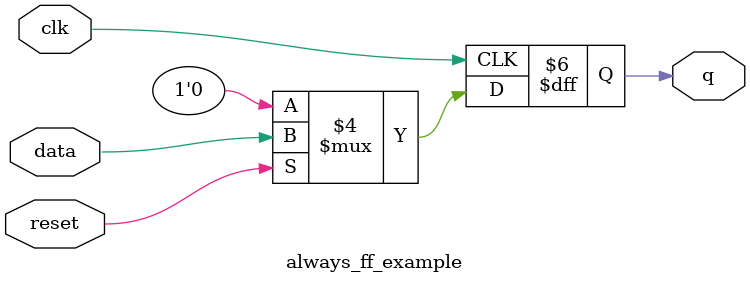
<source format=sv>
`timescale 1ns / 1ps

module always_ff_example(
    input wire data,
    input wire clk,
    input wire reset,
    output reg q
    );
    
always_ff @ (posedge clk)   //always_ff is a way to create flip-flops, a sensitivity list is required
if (~reset) begin
q <= 1'b0;
end else begin
q <= data;
end
      
endmodule

</source>
